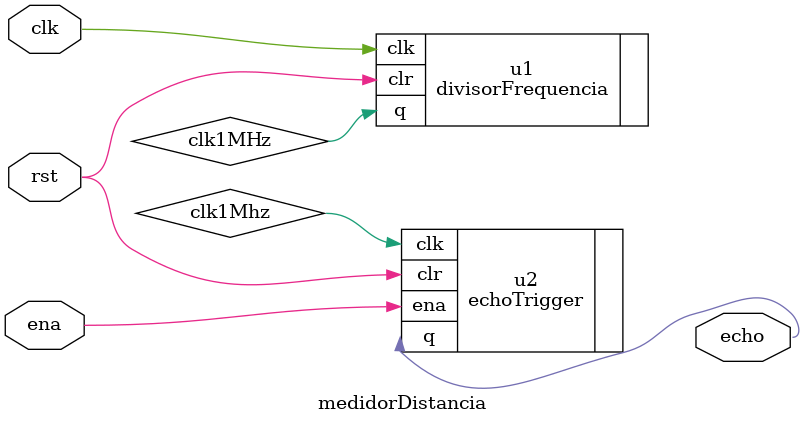
<source format=v>
module medidorDistancia (
	input clk,			// Clock de 27 MHz
	input ena,			// Botão de habilitação de medida
	input rst,			// Botão de reset
	
//output clk1Mhz
	output echo
	
//	output [6:0]Disp1;
//	output [6:0]Disp2;
//	output [6:0]Disp3;
//	output [6:0]Disp4;
);

wire clk1Mhz;
				 
parameter ST0 = 0;
parameter ST1 = 1;
parameter ST2 = 2;
parameter ST3 = 3;
parameter ST4 = 4;
parameter ST5 = 5;
parameter ST6 = 6;
parameter ST7 = 7;

reg [2:0] estadoCorrente;
reg [2:0] proximoEstado;

divisorFrequencia u1(
	.clk(clk),
	.clr(rst),
	.q(clk1MHz)
);

echoTrigger u2(
	.clk(clk1Mhz),
	.clr(rst),
	.ena(ena),
	.q(echo)
);


//----------------- Estado Atual --------------

always @(posedge clk or negedge rst)

	if(!rst)
	
		estadoCorrente <= ST0;
		
	else
	
		estadoCorrente <= proximoEstado;
		
//--------------------------------------------
//---- Próximo Estado ------------------------

//always @(currentstate)
//begin
//
//	case (currentstate)
//
//	ST0: begin
//
//		q = 3'd0;
//		nextstate = ST1;
//		
//	end
//	
//		
//	ST1: begin
//
//		q = 3'd3;
//		nextstate = ST2;
//		
//	end
//	
//	ST2: begin
//
//		q = 3'd4;
//		nextstate = ST3;
//		
//	end
//	
//	ST3: begin
//
//		q = 3'd2;
//		nextstate = ST4;
//		
//	end
//	
//	ST4: begin
//
//		q = 3'd5;
//		nextstate = ST5;
//		
//	end
//	ST5: begin
//
//		q = 3'd7;
//		nextstate = ST6;
//		
//	end
//	
//	ST6: begin
//
//		q = 3'd6;
//		nextstate = ST7;
//		
//	end
//	
//	ST7: begin
//
//		q = 3'd1;
//		nextstate = ST0;
//		
//	end
//	
//	default: begin
//
//		q = 3'd0;
//		nextstate = ST0;
//		
//	end
//	
//	endcase
//	
//end
//
//endmodule


//wire [6:0]Crono_C;
//wire [5:0]Crono_S;
//wire [5:0]Crono_M;
//wire [6:0]C;
//wire [5:0]S;
//wire [5:0]M;
//wire [6:0]Reg_C;
//wire [5:0]Reg_S;
//wire [5:0]Reg_M;
//wire [6:0]C_S;
//wire [5:0]S_M;
//wire [3:0]UnidDisplay1;
//wire [3:0]UnidDisplay2;
//wire [3:0]DezDisplay1;
//wire [3:0]DezDisplay2;
//
//Divisor_de_Clock div_freq(Clock_27MHz, Key0, Start_Stop, Clock_100Hz);
//Contador_00_99 contadorCentSeg (Clock_100Hz, Key0, Start_Stop, Crono_C, EnableSeg);
//Contador_00_59 contadorSeg (EnableSeg, Key0, Start_Stop, Crono_S, EnableMin);
//Contador_00_59 contadorMin (EnableMin, Key0, Start_Stop, Crono_M);
//
//Registrador7bit registradorCent(Key0, Load, Crono_C, Reg_C);
//Registrador6bit registradorSeg(Key0, Load, Crono_S, Reg_S);
//Registrador6bit registradorMin(Key0, Load, Crono_M, Reg_M);
//
//Mux7bit muxCent (Crono_C, Reg_C, Crono_Mem, C);
//Mux6bit muxSeg (Crono_S, Reg_S, Crono_Mem, S);
//Mux6bit muxMin (Crono_M, Reg_M, Crono_Mem, M);
//
//Mux7bit muxCentSeg (C, S, Crono_Select, C_S); 
//Mux6bit muxSegMin (S, M, Crono_Select, S_M);
//
//Separador_Unidade_Dezena separador1 (C_S, UnidDisplay1, DezDisplay1);
//Separador_Unidade_Dezena separador2 (S_M, UnidDisplay2, DezDisplay2);
//
//Decodificador_Dec_Hexa dec1 (UnidDisplay1, Display1);
//Decodificador_Dec_Hexa dec2 (DezDisplay1, Display2);
//Decodificador_Dec_Hexa dec3 (UnidDisplay2, Display3);
//Decodificador_Dec_Hexa dec4 (DezDisplay2, Display4);
//				
endmodule 
</source>
